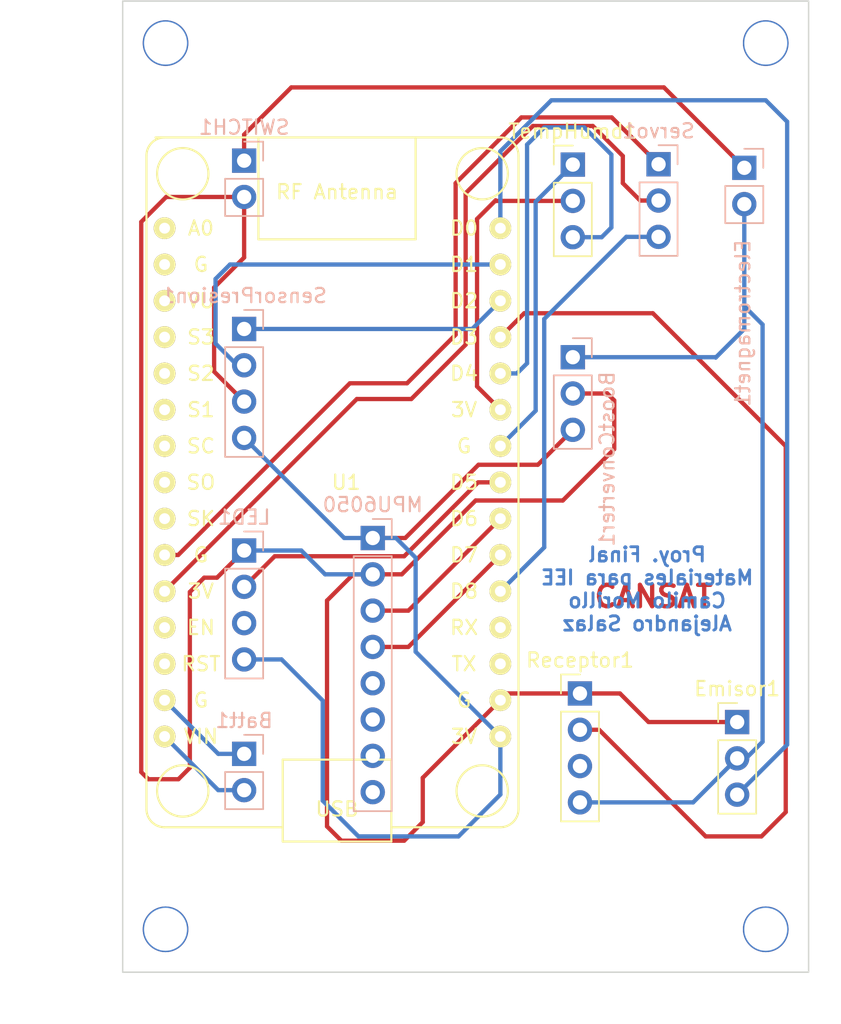
<source format=kicad_pcb>
(kicad_pcb (version 20211014) (generator pcbnew)
  (layers (0 "F.Cu" signal) (31 "B.Cu" signal) (34 "B.Paste" user) (35 "F.Paste" user) (36 "B.SilkS" user "B.Silkscreen") (37 "F.SilkS" user "F.Silkscreen") (38 "B.Mask" user) (39 "F.Mask" user) (44 "Edge.Cuts" user))
  (net 0 "")
  (net 1 "Net-(U1-Pad14)")
  (net 2 "Net-(U1-Pad15)")
  (net 3 "5V")
  (net 4 "GND1")
  (net 5 "3.3V1")
  (net 6 "GNDEM")
  (net 7 "GPIO16")
  (net 8 "GPIO12")
  (net 9 "GPIO13")
  (net 10 "GPIO0")
  (net 11 "GPIO4")
  (net 12 "GPIO5")
  (net 13 "GND2")
  (net 14 "3.3V2")
  (net 19 "GPIO15")
  (net 20 "GND3")
  (net 22 "3.3V3")
  (net 23 "GPIO2")
  (net 37 "GPIO14")
  (footprint "esp:ESP12F-Devkit-V3" (layer "F.Cu") (at 115 102.5)
    (fp_text reference "U1" (at 0.635 -1.27) (layer "F.SilkS"))
    (fp_text value "NodeMCU1.0(ESP-12E)")
    (fp_text user "VIN" (at -9.525 16.51) (layer "F.SilkS"))
    (fp_text user "RST" (at -9.525 11.43) (layer "F.SilkS"))
    (fp_text user "D4" (at 8.89 -8.89) (layer "F.SilkS"))
    (fp_text user "S3" (at -9.525 -11.43) (layer "F.SilkS"))
    (fp_text user "D3" (at 8.89 -11.43) (layer "F.SilkS"))
    (fp_text user "S1" (at -9.525 -6.35) (layer "F.SilkS"))
    (fp_text user "RX" (at 8.89 8.89) (layer "F.SilkS"))
    (fp_text user "TX" (at 8.89 11.43) (layer "F.SilkS"))
    (fp_text user "D2" (at 8.89 -13.97) (layer "F.SilkS"))
    (fp_text user "G" (at 8.89 13.97) (layer "F.SilkS"))
    (fp_text user "D0" (at 8.89 -19.05) (layer "F.SilkS"))
    (fp_text user "SC" (at -9.525 -3.81) (layer "F.SilkS"))
    (fp_text user "3V" (at 8.89 -6.35) (layer "F.SilkS"))
    (fp_text user "3V" (at 8.89 16.51) (layer "F.SilkS"))
    (fp_text user "D8" (at 8.89 6.35) (layer "F.SilkS"))
    (fp_text user "G" (at 8.89 -3.81) (layer "F.SilkS"))
    (fp_text user "D1" (at 8.89 -16.51) (layer "F.SilkS"))
    (fp_text user "G" (at -9.525 -16.51) (layer "F.SilkS"))
    (fp_text user "D5" (at 8.89 -1.27) (layer "F.SilkS"))
    (fp_text user "D6" (at 8.89 1.27) (layer "F.SilkS"))
    (fp_text user "VU" (at -9.525 -13.97) (layer "F.SilkS"))
    (fp_text user "G" (at -9.525 13.97) (layer "F.SilkS"))
    (fp_text user "USB" (at 0 21.59) (layer "F.SilkS"))
    (fp_text user "EN" (at -9.525 8.89) (layer "F.SilkS"))
    (fp_text user "SO" (at -9.525 -1.27) (layer "F.SilkS"))
    (fp_text user "D7" (at 8.89 3.81) (layer "F.SilkS"))
    (fp_text user "3V" (at -9.525 6.35) (layer "F.SilkS"))
    (fp_text user "RF Antenna" (at 0 -21.59) (layer "F.SilkS"))
    (fp_text user "A0" (at -9.525 -19.05) (layer "F.SilkS"))
    (fp_text user "SK" (at -9.525 1.27) (layer "F.SilkS"))
    (fp_text user "G" (at -9.525 3.81) (layer "F.SilkS"))
    (fp_text user "S2" (at -9.525 -8.89) (layer "F.SilkS"))
    (fp_line (start -5.5 -18.27) (end -5.5 -25.4) (layer "F.SilkS") (width 0.15))
    (fp_line (start -3.81 22.86) (end -12.065 22.86) (layer "F.SilkS") (width 0.15))
    (fp_line (start 5.5 -18.27) (end -5.5 -18.27) (layer "F.SilkS") (width 0.15))
    (fp_line (start 3.8 18.13) (end 3.8 23.86) (layer "F.SilkS") (width 0.15))
    (fp_line (start 3.8 23.86) (end -3.8 23.86) (layer "F.SilkS") (width 0.15))
    (fp_line (start 11.43 -25.4) (end -12.7 -25.4) (layer "F.SilkS") (width 0.15))
    (fp_line (start -3.8 18.13) (end 3.8 18.13) (layer "F.SilkS") (width 0.15))
    (fp_line (start -3.8 23.86) (end -3.8 18.13) (layer "F.SilkS") (width 0.15))
    (fp_line (start 12.7 -24.13) (end 12.7 21.59) (layer "F.SilkS") (width 0.15))
    (fp_line (start 5.5 -25.4) (end 5.5 -18.27) (layer "F.SilkS") (width 0.15))
    (fp_line (start 11.43 22.86) (end 3.81 22.86) (layer "F.SilkS") (width 0.15))
    (fp_line (start -13.335 -24.13) (end -13.335 21.59) (layer "F.SilkS") (width 0.15))
    (fp_arc (start 12.7 21.59) (mid 12.328026 22.488026) (end 11.43 22.86) (layer "F.SilkS") (width 0.15))
    (fp_arc (start -13.335 -24.13) (mid -12.963026 -25.028026) (end -12.065 -25.4) (layer "F.SilkS") (width 0.15))
    (fp_arc (start -12.065 22.86) (mid -12.963026 22.488026) (end -13.335 21.59) (layer "F.SilkS") (width 0.15))
    (fp_arc (start 11.43 -25.4) (mid 12.328026 -25.028026) (end 12.7 -24.13) (layer "F.SilkS") (width 0.15))
    (fp_circle (center -10.795 20.32) (end -9.525 19.05) (layer "F.SilkS") (width 0.15) (fill none))
    (fp_circle (center 10.16 -22.86) (end 11.43 -24.13) (layer "F.SilkS") (width 0.15) (fill none))
    (fp_circle (center 10.16 20.32) (end 11.43 19.05) (layer "F.SilkS") (width 0.15) (fill none))
    (fp_circle (center -10.795 -22.86) (end -9.525 -24.13) (layer "F.SilkS") (width 0.15) (fill none))
    (pad "1" thru_hole circle locked (at -12.065 -19.05) (size 1.524 1.524) (drill 0.762) (layers *.Cu *.Mask "F.SilkS"))
    (pad "2" thru_hole circle locked (at -12.065 -16.51) (size 1.524 1.524) (drill 0.762) (layers *.Cu *.Mask "F.SilkS"))
    (pad "3" thru_hole circle locked (at -12.065 -13.97) (size 1.524 1.524) (drill 0.762) (layers *.Cu *.Mask "F.SilkS"))
    (pad "4" thru_hole circle locked (at -12.065 -11.43) (size 1.524 1.524) (drill 0.762) (layers *.Cu *.Mask "F.SilkS"))
    (pad "5" thru_hole circle locked (at -12.065 -8.89) (size 1.524 1.524) (drill 0.762) (layers *.Cu *.Mask "F.SilkS"))
    (pad "6" thru_hole circle locked (at -12.065 -6.35) (size 1.524 1.524) (drill 0.762) (layers *.Cu *.Mask "F.SilkS"))
    (pad "7" thru_hole circle locked (at -12.065 -3.81) (size 1.524 1.524) (drill 0.762) (layers *.Cu *.Mask "F.SilkS"))
    (pad "8" thru_hole circle locked (at -12.065 -1.27) (size 1.524 1.524) (drill 0.762) (layers *.Cu *.Mask "F.SilkS"))
    (pad "9" thru_hole circle locked (at -12.065 1.27) (size 1.524 1.524) (drill 0.762) (layers *.Cu *.Mask "F.SilkS"))
    (pad "10" thru_hole circle locked (at -12.065 3.81) (size 1.524 1.524) (drill 0.762) (layers *.Cu *.Mask "F.SilkS") (net 13 "GND2"))
    (pad "11" thru_hole circle locked (at -12.065 6.35) (size 1.524 1.524) (drill 0.762) (layers *.Cu *.Mask "F.SilkS") (net 14 "3.3V2"))
    (pad "12" thru_hole circle locked (at -12.065 8.89) (size 1.524 1.524) (drill 0.762) (layers *.Cu *.Mask "F.SilkS"))
    (pad "13" thru_hole circle locked (at -12.065 11.43) (size 1.524 1.524) (drill 0.762) (layers *.Cu *.Mask "F.SilkS"))
    (pad "14" thru_hole circle locked (at -12.065 13.97) (size 1.524 1.524) (drill 0.762) (layers *.Cu *.Mask "F.SilkS") (net 1 "Net-(U1-Pad14)"))
    (pad "15" thru_hole circle locked (at -12.065 16.51) (size 1.524 1.524) (drill 0.762) (layers *.Cu *.Mask "F.SilkS") (net 2 "Net-(U1-Pad15)"))
    (pad "16" thru_hole circle locked (at 11.43 16.51) (size 1.524 1.524) (drill 0.762) (layers *.Cu *.Mask "F.SilkS") (net 5 "3.3V1"))
    (pad "17" thru_hole circle locked (at 11.43 13.97) (size 1.524 1.524) (drill 0.762) (layers *.Cu *.Mask "F.SilkS") (net 4 "GND1"))
    (pad "18" thru_hole circle locked (at 11.43 11.43) (size 1.524 1.524) (drill 0.762) (layers *.Cu *.Mask "F.SilkS"))
    (pad "19" thru_hole circle locked (at 11.43 8.89) (size 1.524 1.524) (drill 0.762) (layers *.Cu *.Mask "F.SilkS"))
    (pad "20" thru_hole circle locked (at 11.43 6.35) (size 1.524 1.524) (drill 0.762) (layers *.Cu *.Mask "F.SilkS") (net 19 "GPIO15"))
    (pad "21" thru_hole circle locked (at 11.43 3.81) (size 1.524 1.524) (drill 0.762) (layers *.Cu *.Mask "F.SilkS") (net 9 "GPIO13"))
    (pad "22" thru_hole circle locked (at 11.43 1.27) (size 1.524 1.524) (drill 0.762) (layers *.Cu *.Mask "F.SilkS") (net 8 "GPIO12"))
    (pad "23" thru_hole circle locked (at 11.43 -1.27) (size 1.524 1.524) (drill 0.762) (layers *.Cu *.Mask "F.SilkS") (net 37 "GPIO14"))
    (pad "24" thru_hole circle locked (at 11.43 -3.81) (size 1.524 1.524) (drill 0.762) (layers *.Cu *.Mask "F.SilkS") (net 20 "GND3"))
    (pad "25" thru_hole circle locked (at 11.43 -6.35) (size 1.524 1.524) (drill 0.762) (layers *.Cu *.Mask "F.SilkS") (net 22 "3.3V3"))
    (pad "26" thru_hole circle locked (at 11.43 -8.89) (size 1.524 1.524) (drill 0.762) (layers *.Cu *.Mask "F.SilkS") (net 23 "GPIO2"))
    (pad "27" thru_hole circle locked (at 11.43 -11.43) (size 1.524 1.524) (drill 0.762) (layers *.Cu *.Mask "F.SilkS") (net 10 "GPIO0"))
    (pad "28" thru_hole circle locked (at 11.43 -13.97) (size 1.524 1.524) (drill 0.762) (layers *.Cu *.Mask "F.SilkS") (net 11 "GPIO4"))
    (pad "29" thru_hole circle locked (at 11.43 -16.51) (size 1.524 1.524) (drill 0.762) (layers *.Cu *.Mask "F.SilkS") (net 12 "GPIO5"))
    (pad "30" thru_hole circle locked (at 11.43 -19.05) (size 1.524 1.524) (drill 0.762) (layers *.Cu *.Mask "F.SilkS") (net 7 "GPIO16"))
  )
  (footprint "Connector_PinHeader_2.54mm:PinHeader_1x03_P2.54mm_Vertical" (layer "F.Cu") (at 143 118)
    (fp_text reference "Emisor1" (at 0 -2.33) (layer "F.SilkS"))
    (fp_text value "Conn_01x03_Male")
    (fp_line (start -1.33 1.27) (end 1.33 1.27) (layer "F.SilkS") (width 0.12))
    (fp_line (start -1.33 0) (end -1.33 -1.33) (layer "F.SilkS") (width 0.12))
    (fp_line (start -1.33 1.27) (end -1.33 6.41) (layer "F.SilkS") (width 0.12))
    (fp_line (start -1.33 6.41) (end 1.33 6.41) (layer "F.SilkS") (width 0.12))
    (fp_line (start -1.33 -1.33) (end 0 -1.33) (layer "F.SilkS") (width 0.12))
    (fp_line (start 1.33 1.27) (end 1.33 6.41) (layer "F.SilkS") (width 0.12))
    (pad "1" thru_hole rect (at 0 0) (size 1.7 1.7) (drill 1) (layers *.Cu *.Mask) (net 4 "GND1"))
    (pad "2" thru_hole oval (at 0 2.54) (size 1.7 1.7) (drill 1) (layers *.Cu *.Mask) (net 3 "5V"))
    (pad "3" thru_hole oval (at 0 5.08) (size 1.7 1.7) (drill 1) (layers *.Cu *.Mask) (net 7 "GPIO16"))
  )
  (footprint "Connector_PinHeader_2.54mm:PinHeader_1x03_P2.54mm_Vertical" (layer "F.Cu") (at 131.5 79)
    (fp_text reference "TempHumd1" (at 0 -2.33) (layer "F.SilkS"))
    (fp_text value "Conn_01x03_Male")
    (fp_line (start -1.33 1.27) (end 1.33 1.27) (layer "F.SilkS") (width 0.12))
    (fp_line (start -1.33 6.41) (end 1.33 6.41) (layer "F.SilkS") (width 0.12))
    (fp_line (start -1.33 -1.33) (end 0 -1.33) (layer "F.SilkS") (width 0.12))
    (fp_line (start -1.33 0) (end -1.33 -1.33) (layer "F.SilkS") (width 0.12))
    (fp_line (start 1.33 1.27) (end 1.33 6.41) (layer "F.SilkS") (width 0.12))
    (fp_line (start -1.33 1.27) (end -1.33 6.41) (layer "F.SilkS") (width 0.12))
    (pad "1" thru_hole rect (at 0 0) (size 1.7 1.7) (drill 1) (layers *.Cu *.Mask) (net 20 "GND3"))
    (pad "2" thru_hole oval (at 0 2.54) (size 1.7 1.7) (drill 1) (layers *.Cu *.Mask) (net 22 "3.3V3"))
    (pad "3" thru_hole oval (at 0 5.08) (size 1.7 1.7) (drill 1) (layers *.Cu *.Mask) (net 23 "GPIO2"))
  )
  (footprint "Connector_PinHeader_2.54mm:PinHeader_1x04_P2.54mm_Vertical" (layer "F.Cu") (at 132 116)
    (fp_text reference "Receptor1" (at 0 -2.33) (layer "F.SilkS"))
    (fp_text value "Conn_01x04_Male")
    (fp_line (start -1.33 1.27) (end 1.33 1.27) (layer "F.SilkS") (width 0.12))
    (fp_line (start -1.33 0) (end -1.33 -1.33) (layer "F.SilkS") (width 0.12))
    (fp_line (start -1.33 8.95) (end 1.33 8.95) (layer "F.SilkS") (width 0.12))
    (fp_line (start 1.33 1.27) (end 1.33 8.95) (layer "F.SilkS") (width 0.12))
    (fp_line (start -1.33 1.27) (end -1.33 8.95) (layer "F.SilkS") (width 0.12))
    (fp_line (start -1.33 -1.33) (end 0 -1.33) (layer "F.SilkS") (width 0.12))
    (pad "1" thru_hole rect (at 0 0) (size 1.7 1.7) (drill 1) (layers *.Cu *.Mask) (net 4 "GND1"))
    (pad "2" thru_hole oval (at 0 2.54) (size 1.7 1.7) (drill 1) (layers *.Cu *.Mask) (net 10 "GPIO0"))
    (pad "3" thru_hole oval (at 0 5.08) (size 1.7 1.7) (drill 1) (layers *.Cu *.Mask))
    (pad "4" thru_hole oval (at 0 7.62) (size 1.7 1.7) (drill 1) (layers *.Cu *.Mask) (net 3 "5V"))
  )
  (footprint "Connector_PinHeader_2.54mm:PinHeader_1x02_P2.54mm_Vertical" (layer "B.Cu") (at 108.5 120.225 180)
    (fp_text reference "Batt1" (at 0 2.33) (layer "B.SilkS") (effects (justify mirror)))
    (fp_text value "Conn_01x02_Male")
    (fp_line (start -1.33 0) (end -1.33 1.33) (layer "B.SilkS") (width 0.12))
    (fp_line (start 1.33 -1.27) (end 1.33 -3.87) (layer "B.SilkS") (width 0.12))
    (fp_line (start -1.33 -3.87) (end 1.33 -3.87) (layer "B.SilkS") (width 0.12))
    (fp_line (start -1.33 -1.27) (end 1.33 -1.27) (layer "B.SilkS") (width 0.12))
    (fp_line (start -1.33 -1.27) (end -1.33 -3.87) (layer "B.SilkS") (width 0.12))
    (fp_line (start -1.33 1.33) (end 0 1.33) (layer "B.SilkS") (width 0.12))
    (pad "1" thru_hole rect (at 0 0 180) (size 1.7 1.7) (drill 1) (layers *.Cu *.Mask) (net 1 "Net-(U1-Pad14)"))
    (pad "2" thru_hole oval (at 0 -2.54 180) (size 1.7 1.7) (drill 1) (layers *.Cu *.Mask) (net 2 "Net-(U1-Pad15)"))
  )
  (footprint "Connector_PinHeader_2.54mm:PinHeader_1x03_P2.54mm_Vertical" (layer "B.Cu") (at 131.5 92.475 180)
    (fp_text reference "BoostConverter1" (at -2.4 -7.125 90) (layer "B.SilkS") (effects (justify mirror)))
    (fp_text value "Conn_01x03_Male")
    (fp_line (start -1.33 -1.27) (end -1.33 -6.41) (layer "B.SilkS") (width 0.12))
    (fp_line (start -1.33 0) (end -1.33 1.33) (layer "B.SilkS") (width 0.12))
    (fp_line (start -1.33 1.33) (end 0 1.33) (layer "B.SilkS") (width 0.12))
    (fp_line (start -1.33 -1.27) (end 1.33 -1.27) (layer "B.SilkS") (width 0.12))
    (fp_line (start 1.33 -1.27) (end 1.33 -6.41) (layer "B.SilkS") (width 0.12))
    (fp_line (start -1.33 -6.41) (end 1.33 -6.41) (layer "B.SilkS") (width 0.12))
    (pad "1" thru_hole rect (at 0 0 180) (size 1.7 1.7) (drill 1) (layers *.Cu *.Mask) (net 3 "5V"))
    (pad "2" thru_hole oval (at 0 -2.54 180) (size 1.7 1.7) (drill 1) (layers *.Cu *.Mask) (net 4 "GND1"))
    (pad "3" thru_hole oval (at 0 -5.08 180) (size 1.7 1.7) (drill 1) (layers *.Cu *.Mask) (net 5 "3.3V1"))
  )
  (footprint "Connector_PinHeader_2.54mm:PinHeader_1x02_P2.54mm_Vertical" (layer "B.Cu") (at 143.5 79.225 180)
    (fp_text reference "Electromagnet1" (at 0.1 -10.875 90) (layer "B.SilkS") (effects (justify mirror)))
    (fp_text value "Conn_01x02_Male")
    (fp_line (start -1.33 -3.87) (end 1.33 -3.87) (layer "B.SilkS") (width 0.12))
    (fp_line (start -1.33 1.33) (end 0 1.33) (layer "B.SilkS") (width 0.12))
    (fp_line (start -1.33 -1.27) (end -1.33 -3.87) (layer "B.SilkS") (width 0.12))
    (fp_line (start 1.33 -1.27) (end 1.33 -3.87) (layer "B.SilkS") (width 0.12))
    (fp_line (start -1.33 0) (end -1.33 1.33) (layer "B.SilkS") (width 0.12))
    (fp_line (start -1.33 -1.27) (end 1.33 -1.27) (layer "B.SilkS") (width 0.12))
    (pad "1" thru_hole rect (at 0 0 180) (size 1.7 1.7) (drill 1) (layers *.Cu *.Mask) (net 6 "GNDEM"))
    (pad "2" thru_hole oval (at 0 -2.54 180) (size 1.7 1.7) (drill 1) (layers *.Cu *.Mask) (net 3 "5V"))
  )
  (footprint "Connector_PinHeader_2.54mm:PinHeader_1x08_P2.54mm_Vertical" (layer "B.Cu") (at 117.5 105.125 180)
    (fp_text reference "MPU6050" (at 0 2.33) (layer "B.SilkS") (effects (justify mirror)))
    (fp_text value "Conn_01x08_Male")
    (fp_line (start -1.33 -1.27) (end 1.33 -1.27) (layer "B.SilkS") (width 0.12))
    (fp_line (start -1.33 -19.11) (end 1.33 -19.11) (layer "B.SilkS") (width 0.12))
    (fp_line (start -1.33 0) (end -1.33 1.33) (layer "B.SilkS") (width 0.12))
    (fp_line (start 1.33 -1.27) (end 1.33 -19.11) (layer "B.SilkS") (width 0.12))
    (fp_line (start -1.33 -1.27) (end -1.33 -19.11) (layer "B.SilkS") (width 0.12))
    (fp_line (start -1.33 1.33) (end 0 1.33) (layer "B.SilkS") (width 0.12))
    (pad "1" thru_hole rect (at 0 0 180) (size 1.7 1.7) (drill 1) (layers *.Cu *.Mask) (net 5 "3.3V1"))
    (pad "2" thru_hole oval (at 0 -2.54 180) (size 1.7 1.7) (drill 1) (layers *.Cu *.Mask) (net 4 "GND1"))
    (pad "3" thru_hole oval (at 0 -5.08 180) (size 1.7 1.7) (drill 1) (layers *.Cu *.Mask) (net 8 "GPIO12"))
    (pad "4" thru_hole oval (at 0 -7.62 180) (size 1.7 1.7) (drill 1) (layers *.Cu *.Mask) (net 9 "GPIO13"))
    (pad "5" thru_hole oval (at 0 -10.16 180) (size 1.7 1.7) (drill 1) (layers *.Cu *.Mask))
    (pad "6" thru_hole oval (at 0 -12.7 180) (size 1.7 1.7) (drill 1) (layers *.Cu *.Mask))
    (pad "7" thru_hole oval (at 0 -15.24 180) (size 1.7 1.7) (drill 1) (layers *.Cu *.Mask))
    (pad "8" thru_hole oval (at 0 -17.78 180) (size 1.7 1.7) (drill 1) (layers *.Cu *.Mask))
  )
  (footprint "Connector_PinHeader_2.54mm:PinHeader_1x03_P2.54mm_Vertical" (layer "B.Cu") (at 137.5 78.975 180)
    (fp_text reference "Servo1" (at 0 2.33) (layer "B.SilkS") (effects (justify mirror)))
    (fp_text value "Conn_01x03_Male")
    (fp_line (start -1.33 -1.27) (end -1.33 -6.41) (layer "B.SilkS") (width 0.12))
    (fp_line (start -1.33 -1.27) (end 1.33 -1.27) (layer "B.SilkS") (width 0.12))
    (fp_line (start -1.33 1.33) (end 0 1.33) (layer "B.SilkS") (width 0.12))
    (fp_line (start -1.33 -6.41) (end 1.33 -6.41) (layer "B.SilkS") (width 0.12))
    (fp_line (start -1.33 0) (end -1.33 1.33) (layer "B.SilkS") (width 0.12))
    (fp_line (start 1.33 -1.27) (end 1.33 -6.41) (layer "B.SilkS") (width 0.12))
    (pad "1" thru_hole rect (at 0 0 180) (size 1.7 1.7) (drill 1) (layers *.Cu *.Mask) (net 13 "GND2"))
    (pad "2" thru_hole oval (at 0 -2.54 180) (size 1.7 1.7) (drill 1) (layers *.Cu *.Mask) (net 14 "3.3V2"))
    (pad "3" thru_hole oval (at 0 -5.08 180) (size 1.7 1.7) (drill 1) (layers *.Cu *.Mask) (net 19 "GPIO15"))
  )
  (footprint "Connector_PinHeader_2.54mm:PinHeader_1x04_P2.54mm_Vertical" (layer "B.Cu") (at 108.5 90.5 180)
    (fp_text reference "SensorPresion1" (at 0 2.33) (layer "B.SilkS") (effects (justify mirror)))
    (fp_text value "Conn_01x04_Male")
    (fp_line (start -1.33 -1.27) (end 1.33 -1.27) (layer "B.SilkS") (width 0.12))
    (fp_line (start -1.33 0) (end -1.33 1.33) (layer "B.SilkS") (width 0.12))
    (fp_line (start -1.33 -8.95) (end 1.33 -8.95) (layer "B.SilkS") (width 0.12))
    (fp_line (start -1.33 -1.27) (end -1.33 -8.95) (layer "B.SilkS") (width 0.12))
    (fp_line (start 1.33 -1.27) (end 1.33 -8.95) (layer "B.SilkS") (width 0.12))
    (fp_line (start -1.33 1.33) (end 0 1.33) (layer "B.SilkS") (width 0.12))
    (pad "1" thru_hole rect (at 0 0 180) (size 1.7 1.7) (drill 1) (layers *.Cu *.Mask) (net 11 "GPIO4"))
    (pad "2" thru_hole oval (at 0 -2.54 180) (size 1.7 1.7) (drill 1) (layers *.Cu *.Mask) (net 12 "GPIO5"))
    (pad "3" thru_hole oval (at 0 -5.08 180) (size 1.7 1.7) (drill 1) (layers *.Cu *.Mask) (net 4 "GND1"))
    (pad "4" thru_hole oval (at 0 -7.62 180) (size 1.7 1.7) (drill 1) (layers *.Cu *.Mask) (net 5 "3.3V1"))
  )
  (footprint "Connector_PinHeader_2.54mm:PinHeader_1x04_P2.54mm_Vertical" (layer "B.Cu") (at 108.5 106 180)
    (fp_text reference "LED1" (at 0 2.33) (layer "B.SilkS") (effects (justify mirror)))
    (fp_text value "Conn_01x04_Male")
    (fp_line (start -1.33 -8.95) (end 1.33 -8.95) (layer "B.SilkS") (width 0.12))
    (fp_line (start -1.33 0) (end -1.33 1.33) (layer "B.SilkS") (width 0.12))
    (fp_line (start -1.33 -1.27) (end 1.33 -1.27) (layer "B.SilkS") (width 0.12))
    (fp_line (start -1.33 -1.27) (end -1.33 -8.95) (layer "B.SilkS") (width 0.12))
    (fp_line (start 1.33 -1.27) (end 1.33 -8.95) (layer "B.SilkS") (width 0.12))
    (fp_line (start -1.33 1.33) (end 0 1.33) (layer "B.SilkS") (width 0.12))
    (pad "1" thru_hole rect (at 0 0 180) (size 1.7 1.7) (drill 1) (layers *.Cu *.Mask) (net 4 "GND1"))
    (pad "2" thru_hole oval (at 0 -2.54 180) (size 1.7 1.7) (drill 1) (layers *.Cu *.Mask) (net 37 "GPIO14"))
    (pad "3" thru_hole oval (at 0 -5.08 180) (size 1.7 1.7) (drill 1) (layers *.Cu *.Mask))
    (pad "4" thru_hole oval (at 0 -7.62 180) (size 1.7 1.7) (drill 1) (layers *.Cu *.Mask) (net 5 "3.3V1"))
  )
  (footprint "Connector_PinHeader_2.54mm:PinHeader_1x02_P2.54mm_Vertical" (layer "B.Cu") (at 108.5 78.725 180)
    (fp_text reference "SWITCH1" (at 0 2.33) (layer "B.SilkS") (effects (justify mirror)))
    (fp_text value "Conn_01x02_Male")
    (fp_line (start -1.33 1.33) (end 0 1.33) (layer "B.SilkS") (width 0.12))
    (fp_line (start -1.33 -1.27) (end 1.33 -1.27) (layer "B.SilkS") (width 0.12))
    (fp_line (start -1.33 -1.27) (end -1.33 -3.87) (layer "B.SilkS") (width 0.12))
    (fp_line (start -1.33 0) (end -1.33 1.33) (layer "B.SilkS") (width 0.12))
    (fp_line (start 1.33 -1.27) (end 1.33 -3.87) (layer "B.SilkS") (width 0.12))
    (fp_line (start -1.33 -3.87) (end 1.33 -3.87) (layer "B.SilkS") (width 0.12))
    (pad "1" thru_hole rect (at 0 0 180) (size 1.7 1.7) (drill 1) (layers *.Cu *.Mask) (net 6 "GNDEM"))
    (pad "2" thru_hole oval (at 0 -2.54 180) (size 1.7 1.7) (drill 1) (layers *.Cu *.Mask) (net 4 "GND1"))
  )
  (gr_rect (start 100 135.5) (end 148 67.56) (layer "Edge.Cuts") (width 0.1) (fill none))
  (gr_text "CANSAT" (at 137.16 109.22) (layer "F.Cu") (effects (font (size 1.5 1.5) (thickness 0.3))))
  (gr_text "Proy. Final\nMateriales para IEE\nCamilo Morillo\nAlejandro Salaz" (at 136.7 108.7) (layer "B.Cu") (effects (font (size 1 1) (thickness 0.2)) (justify mirror)))
  (via (at 145 70.5) (size 3.2) (drill 3) (layers "F.Cu" "B.Cu") (net 0))
  (via (at 103 132.5) (size 3.2) (drill 3) (layers "F.Cu" "B.Cu") (net 0))
  (via (at 103 70.5) (size 3.2) (drill 3) (layers "F.Cu" "B.Cu") (net 0))
  (via (at 145 132.5) (size 3.2) (drill 3) (layers "F.Cu" "B.Cu") (net 0))
  (segment (start 108.5 120.225) (end 106.69 120.225) (width 0.3) (layer "B.Cu") (net 1))
  (segment (start 106.69 120.225) (end 102.935 116.47) (width 0.3) (layer "B.Cu") (net 1))
  (segment (start 106.69 122.765) (end 102.935 119.01) (width 0.3) (layer "B.Cu") (net 2))
  (segment (start 108.5 122.765) (end 106.69 122.765) (width 0.3) (layer "B.Cu") (net 2))
  (segment (start 141.475 92.475) (end 131.5 92.475) (width 0.3) (layer "B.Cu") (net 3))
  (segment (start 143.51 120.65) (end 143.11 120.65) (width 0.3) (layer "B.Cu") (net 3))
  (segment (start 141.5 92.5) (end 141.475 92.475) (width 0.3) (layer "B.Cu") (net 3))
  (segment (start 143.5 88.91) (end 143.5 90.5) (width 0.3) (layer "B.Cu") (net 3))
  (segment (start 144.78 119.38) (end 143.51 120.65) (width 0.3) (layer "B.Cu") (net 3))
  (segment (start 143 120.54) (end 139.92 123.62) (width 0.3) (layer "B.Cu") (net 3))
  (segment (start 143.5 90.5) (end 141.5 92.5) (width 0.3) (layer "B.Cu") (net 3))
  (segment (start 143.5 81.765) (end 143.5 88.91) (width 0.3) (layer "B.Cu") (net 3))
  (segment (start 144.78 90.19) (end 144.78 119.38) (width 0.3) (layer "B.Cu") (net 3))
  (segment (start 143.5 88.91) (end 144.78 90.19) (width 0.3) (layer "B.Cu") (net 3))
  (segment (start 143.11 120.65) (end 143 120.54) (width 0.3) (layer "B.Cu") (net 3))
  (segment (start 139.92 123.62) (end 132 123.62) (width 0.3) (layer "B.Cu") (net 3))
  (segment (start 108.5 81.265) (end 108.5 85.5) (width 0.3) (layer "F.Cu") (net 4))
  (segment (start 119.535 107.665) (end 124.7 102.5) (width 0.3) (layer "F.Cu") (net 4))
  (segment (start 136.8 118) (end 134.8 116) (width 0.3) (layer "F.Cu") (net 4))
  (segment (start 134.4 95.5) (end 133.9 95) (width 0.3) (layer "F.Cu") (net 4))
  (segment (start 134.8 116) (end 132 116) (width 0.3) (layer "F.Cu") (net 4))
  (segment (start 101.3 121.5) (end 101.3 83.01) (width 0.3) (layer "F.Cu") (net 4))
  (segment (start 117.5 107.665) (end 119.535 107.665) (width 0.3) (layer "F.Cu") (net 4))
  (segment (start 119.7 126.3) (end 115.3 126.3) (width 0.3) (layer "F.Cu") (net 4))
  (segment (start 108.5 85.5) (end 106.4 87.6) (width 0.3) (layer "F.Cu") (net 4))
  (segment (start 101.8 122) (end 101.3 121.5) (width 0.3) (layer "F.Cu") (net 4))
  (segment (start 116.135 107.665) (end 117.5 107.665) (width 0.3) (layer "F.Cu") (net 4))
  (segment (start 121 125) (end 119.7 126.3) (width 0.3) (layer "F.Cu") (net 4))
  (segment (start 143 118) (end 136.8 118) (width 0.3) (layer "F.Cu") (net 4))
  (segment (start 103.9 122) (end 101.8 122) (width 0.3) (layer "F.Cu") (net 4))
  (segment (start 115.3 126.3) (end 114.3 125.3) (width 0.3) (layer "F.Cu") (net 4))
  (segment (start 101.3 83.01) (end 103.045 81.265) (width 0.3) (layer "F.Cu") (net 4))
  (segment (start 114.3 125.3) (end 114.3 109.5) (width 0.3) (layer "F.Cu") (net 4))
  (segment (start 124.7 102.5) (end 130.8 102.5) (width 0.3) (layer "F.Cu") (net 4))
  (segment (start 106.6 107.9) (end 105.7 107.9) (width 0.3) (layer "F.Cu") (net 4))
  (segment (start 134.4 98.9) (end 134.4 95.5) (width 0.3) (layer "F.Cu") (net 4))
  (segment (start 126.9 116) (end 126.43 116.47) (width 0.3) (layer "F.Cu") (net 4))
  (segment (start 106.4 87.6) (end 106.4 93.48) (width 0.3) (layer "F.Cu") (net 4))
  (segment (start 106.4 93.48) (end 108.5 95.58) (width 0.3) (layer "F.Cu") (net 4))
  (segment (start 121 121.9) (end 121 125) (width 0.3) (layer "F.Cu") (net 4))
  (segment (start 132 116) (end 126.9 116) (width 0.3) (layer "F.Cu") (net 4))
  (segment (start 105.7 107.9) (end 104.7 108.9) (width 0.3) (layer "F.Cu") (net 4))
  (segment (start 130.8 102.5) (end 134.4 98.9) (width 0.3) (layer "F.Cu") (net 4))
  (segment (start 108.5 106) (end 106.6 107.9) (width 0.3) (layer "F.Cu") (net 4))
  (segment (start 103.045 81.265) (end 108.5 81.265) (width 0.3) (layer "F.Cu") (net 4))
  (segment (start 104.7 108.9) (end 104.7 121.2) (width 0.3) (layer "F.Cu") (net 4))
  (segment (start 133.9 95) (end 133.885 95.015) (width 0.3) (layer "F.Cu") (net 4))
  (segment (start 104.7 121.2) (end 103.9 122) (width 0.3) (layer "F.Cu") (net 4))
  (segment (start 126.43 116.47) (end 121 121.9) (width 0.3) (layer "F.Cu") (net 4))
  (segment (start 133.885 95.015) (end 131.5 95.015) (width 0.3) (layer "F.Cu") (net 4))
  (segment (start 114.3 109.5) (end 116.135 107.665) (width 0.3) (layer "F.Cu") (net 4))
  (segment (start 108.5 106) (end 112.5 106) (width 0.3) (layer "B.Cu") (net 4))
  (segment (start 112.5 106) (end 114.165 107.665) (width 0.3) (layer "B.Cu") (net 4))
  (segment (start 114.165 107.665) (end 117.5 107.665) (width 0.3) (layer "B.Cu") (net 4))
  (segment (start 119.775 105.125) (end 117.5 105.125) (width 0.3) (layer "F.Cu") (net 5))
  (segment (start 131.5 97.555) (end 129.055 100) (width 0.3) (layer "F.Cu") (net 5))
  (segment (start 124.9 100) (end 119.775 105.125) (width 0.3) (layer "F.Cu") (net 5))
  (segment (start 129.055 100) (end 124.9 100) (width 0.3) (layer "F.Cu") (net 5))
  (segment (start 115.505 105.125) (end 108.5 98.12) (width 0.3) (layer "B.Cu") (net 5))
  (segment (start 126.43 123.07) (end 126.43 119.01) (width 0.3) (layer "B.Cu") (net 5))
  (segment (start 119.125 105.125) (end 117.5 105.125) (width 0.3) (layer "B.Cu") (net 5))
  (segment (start 126.43 119.01) (end 120.5 113.08) (width 0.3) (layer "B.Cu") (net 5))
  (segment (start 114 116.5) (end 114 123.5) (width 0.3) (layer "B.Cu") (net 5))
  (segment (start 108.5 113.62) (end 111.12 113.62) (width 0.3) (layer "B.Cu") (net 5))
  (segment (start 117.5 105.125) (end 115.505 105.125) (width 0.3) (layer "B.Cu") (net 5))
  (segment (start 120.5 113.08) (end 120.5 106.5) (width 0.3) (layer "B.Cu") (net 5))
  (segment (start 120.5 106.5) (end 119.125 105.125) (width 0.3) (layer "B.Cu") (net 5))
  (segment (start 123.5 126) (end 126.43 123.07) (width 0.3) (layer "B.Cu") (net 5))
  (segment (start 114 123.5) (end 116.5 126) (width 0.3) (layer "B.Cu") (net 5))
  (segment (start 116.5 126) (end 123.5 126) (width 0.3) (layer "B.Cu") (net 5))
  (segment (start 111.12 113.62) (end 114 116.5) (width 0.3) (layer "B.Cu") (net 5))
  (segment (start 108.5 76.9) (end 111.8 73.6) (width 0.3) (layer "F.Cu") (net 6))
  (segment (start 137.875 73.6) (end 143.5 79.225) (width 0.3) (layer "F.Cu") (net 6))
  (segment (start 111.8 73.6) (end 137.875 73.6) (width 0.3) (layer "F.Cu") (net 6))
  (segment (start 108.5 78.725) (end 108.5 76.9) (width 0.3) (layer "F.Cu") (net 6))
  (segment (start 130 74.5) (end 126.43 78.07) (width 0.3) (layer "B.Cu") (net 7))
  (segment (start 146.5 119.58) (end 146.5 76) (width 0.3) (layer "B.Cu") (net 7))
  (segment (start 126.43 78.07) (end 126.43 83.45) (width 0.3) (layer "B.Cu") (net 7))
  (segment (start 145 74.5) (end 130 74.5) (width 0.3) (layer "B.Cu") (net 7))
  (segment (start 143 123.08) (end 146.5 119.58) (width 0.3) (layer "B.Cu") (net 7))
  (segment (start 146.5 76) (end 145 74.5) (width 0.3) (layer "B.Cu") (net 7))
  (segment (start 119.995 110.205) (end 126.43 103.77) (width 0.3) (layer "F.Cu") (net 8))
  (segment (start 117.5 110.205) (end 119.995 110.205) (width 0.3) (layer "F.Cu") (net 8))
  (segment (start 117.5 112.745) (end 119.995 112.745) (width 0.3) (layer "F.Cu") (net 9))
  (segment (start 119.995 112.745) (end 126.43 106.31) (width 0.3) (layer "F.Cu") (net 9))
  (segment (start 137.1 89.4) (end 128.1 89.4) (width 0.3) (layer "F.Cu") (net 10))
  (segment (start 133.34 118.54) (end 140.8 126) (width 0.3) (layer "F.Cu") (net 10))
  (segment (start 140.8 126) (end 144.7 126) (width 0.3) (layer "F.Cu") (net 10))
  (segment (start 146.4 124.3) (end 146.4 98.7) (width 0.3) (layer "F.Cu") (net 10))
  (segment (start 146.4 98.7) (end 137.1 89.4) (width 0.3) (layer "F.Cu") (net 10))
  (segment (start 132 118.54) (end 133.34 118.54) (width 0.3) (layer "F.Cu") (net 10))
  (segment (start 128.1 89.4) (end 126.43 91.07) (width 0.3) (layer "F.Cu") (net 10))
  (segment (start 144.7 126) (end 146.4 124.3) (width 0.3) (layer "F.Cu") (net 10))
  (segment (start 108.5 90.5) (end 124.46 90.5) (width 0.3) (layer "B.Cu") (net 11))
  (segment (start 124.46 90.5) (end 126.43 88.53) (width 0.3) (layer "B.Cu") (net 11))
  (segment (start 106.5 91.52) (end 106.5 87) (width 0.3) (layer "B.Cu") (net 12))
  (segment (start 108.02 93.04) (end 106.5 91.52) (width 0.3) (layer "B.Cu") (net 12))
  (segment (start 106.5 87) (end 107.51 85.99) (width 0.3) (layer "B.Cu") (net 12))
  (segment (start 108.5 93.04) (end 108.02 93.04) (width 0.3) (layer "B.Cu") (net 12))
  (segment (start 107.51 85.99) (end 126.43 85.99) (width 0.3) (layer "B.Cu") (net 12))
  (segment (start 103.89 106.31) (end 115.9 94.3) (width 0.3) (layer "F.Cu") (net 13))
  (segment (start 127.9 75.7) (end 134.225 75.7) (width 0.3) (layer "F.Cu") (net 13))
  (segment (start 134.225 75.7) (end 137.5 78.975) (width 0.3) (layer "F.Cu") (net 13))
  (segment (start 123.3 90.9) (end 123.3 80.3) (width 0.3) (layer "F.Cu") (net 13))
  (segment (start 123.3 80.3) (end 127.9 75.7) (width 0.3) (layer "F.Cu") (net 13))
  (segment (start 119.9 94.3) (end 123.3 90.9) (width 0.3) (layer "F.Cu") (net 13))
  (segment (start 115.9 94.3) (end 119.9 94.3) (width 0.3) (layer "F.Cu") (net 13))
  (segment (start 102.935 106.31) (end 103.89 106.31) (width 0.3) (layer "F.Cu") (net 13))
  (segment (start 120.2 95.4) (end 124 91.6) (width 0.3) (layer "F.Cu") (net 14))
  (segment (start 135 80.3) (end 136.215 81.515) (width 0.3) (layer "F.Cu") (net 14))
  (segment (start 124 91.6) (end 124 81) (width 0.3) (layer "F.Cu") (net 14))
  (segment (start 102.935 108.85) (end 116.385 95.4) (width 0.3) (layer "F.Cu") (net 14))
  (segment (start 116.385 95.4) (end 120.2 95.4) (width 0.3) (layer "F.Cu") (net 14))
  (segment (start 132.9 76.3) (end 135 78.4) (width 0.3) (layer "F.Cu") (net 14))
  (segment (start 135 78.4) (end 135 80.3) (width 0.3) (layer "F.Cu") (net 14))
  (segment (start 128.7 76.3) (end 132.9 76.3) (width 0.3) (layer "F.Cu") (net 14))
  (segment (start 124 81) (end 128.7 76.3) (width 0.3) (layer "F.Cu") (net 14))
  (segment (start 136.215 81.515) (end 137.5 81.515) (width 0.3) (layer "F.Cu") (net 14))
  (segment (start 129.5 89.8) (end 129.5 105.78) (width 0.3) (layer "B.Cu") (net 19))
  (segment (start 135.245 84.055) (end 129.5 89.8) (width 0.3) (layer "B.Cu") (net 19))
  (segment (start 137.5 84.055) (end 135.245 84.055) (width 0.3) (layer "B.Cu") (net 19))
  (segment (start 129.5 105.78) (end 126.43 108.85) (width 0.3) (layer "B.Cu") (net 19))
  (segment (start 128.9 81.6) (end 128.9 96.22) (width 0.3) (layer "B.Cu") (net 20))
  (segment (start 128.9 96.22) (end 126.43 98.69) (width 0.3) (layer "B.Cu") (net 20))
  (segment (start 131.5 79) (end 128.9 81.6) (width 0.3) (layer "B.Cu") (net 20))
  (segment (start 124.8 94.52) (end 124.8 82.8) (width 0.3) (layer "F.Cu") (net 22))
  (segment (start 126.1 81.5) (end 126.14 81.54) (width 0.3) (layer "F.Cu") (net 22))
  (segment (start 126.14 81.54) (end 131.5 81.54) (width 0.3) (layer "F.Cu") (net 22))
  (segment (start 126.43 96.15) (end 124.8 94.52) (width 0.3) (layer "F.Cu") (net 22))
  (segment (start 124.8 82.8) (end 126.1 81.5) (width 0.3) (layer "F.Cu") (net 22))
  (segment (start 128.3 92.9) (end 127.59 93.61) (width 0.3) (layer "B.Cu") (net 23))
  (segment (start 134.2 78.3) (end 132.3 76.4) (width 0.3) (layer "B.Cu") (net 23))
  (segment (start 133.52 84.08) (end 134.2 83.4) (width 0.3) (layer "B.Cu") (net 23))
  (segment (start 129.5 76.4) (end 128.3 77.6) (width 0.3) (layer "B.Cu") (net 23))
  (segment (start 132.3 76.4) (end 129.5 76.4) (width 0.3) (layer "B.Cu") (net 23))
  (segment (start 128.3 77.6) (end 128.3 92.9) (width 0.3) (layer "B.Cu") (net 23))
  (segment (start 131.5 84.08) (end 133.52 84.08) (width 0.3) (layer "B.Cu") (net 23))
  (segment (start 127.59 93.61) (end 126.43 93.61) (width 0.3) (layer "B.Cu") (net 23))
  (segment (start 134.2 83.4) (end 134.2 78.3) (width 0.3) (layer "B.Cu") (net 23))
  (segment (start 119.7 106.4) (end 110.64 106.4) (width 0.3) (layer "F.Cu") (net 37))
  (segment (start 124.87 101.23) (end 119.7 106.4) (width 0.3) (layer "F.Cu") (net 37))
  (segment (start 110.64 106.4) (end 108.5 108.54) (width 0.3) (layer "F.Cu") (net 37))
  (segment (start 126.43 101.23) (end 124.87 101.23) (width 0.3) (layer "F.Cu") (net 37))
)
</source>
